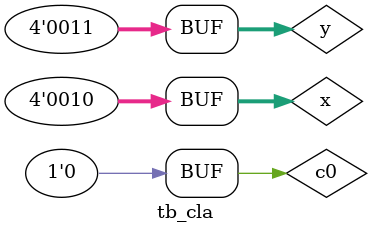
<source format=v>
`timescale 1ns / 1ps


module tb_cla();
    reg [3:0]x,y;
    reg c0;
    wire [3:0]s_cla;
    wire cout_cla;
    CLA uut(.x(x),.y(y),.c0(c0),.cout_cla(cout_cla),.s_cla(s_cla));
    initial begin
    
    x= 4'd0; y=4'd0; c0=0;
    #10
    x= 4'd1; y=4'd1; c0=0;
    #10
    x= 4'd2; y=4'd2; c0=0;
    #10
    x= 4'd4; y=4'd3; c0=0;
    #10
    x= 4'd2; y=4'd3; c0=0;
    end
endmodule

</source>
